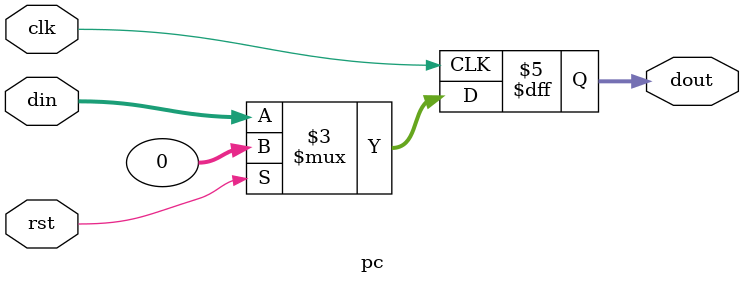
<source format=v>
`timescale 1ns/1ps
module pc (
    input wire clk,rst,
    input wire[31:0]din,
    output reg[31:0]dout
);
    always @(posedge clk) begin
        if(rst) dout <= 32'b0;
        else dout <= din;
    end
endmodule
</source>
